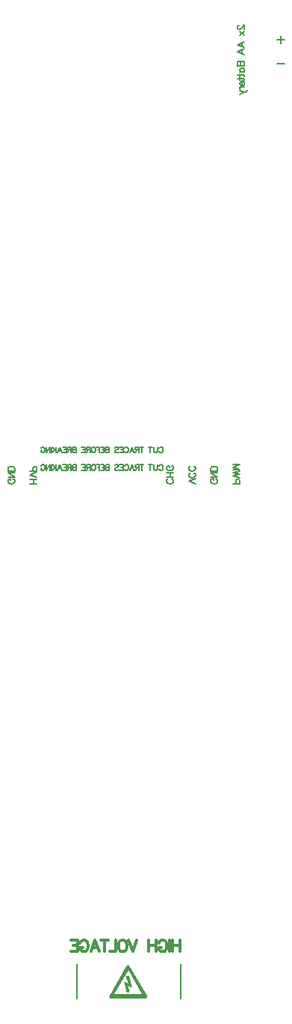
<source format=gbo>
G04*
G04 #@! TF.GenerationSoftware,Altium Limited,Altium Designer,21.9.2 (33)*
G04*
G04 Layer_Color=32896*
%FSLAX25Y25*%
%MOIN*%
G70*
G04*
G04 #@! TF.SameCoordinates,39B9B14E-A64B-4F8B-B52F-0CE4EF318544*
G04*
G04*
G04 #@! TF.FilePolarity,Positive*
G04*
G01*
G75*
%ADD10C,0.00787*%
%ADD19C,0.00800*%
%ADD20C,0.01200*%
G36*
X373588Y132915D02*
X373663Y132877D01*
X373794Y132784D01*
X373906Y132671D01*
X374000Y132559D01*
X374075Y132446D01*
X374122Y132353D01*
X374141Y132315D01*
X374160Y132287D01*
X374169Y132268D01*
Y132259D01*
X381721Y119394D01*
X381768Y119225D01*
X381796Y119066D01*
X381815Y118935D01*
Y118822D01*
X381805Y118729D01*
X381796Y118663D01*
X381777Y118626D01*
Y118607D01*
X381721Y118523D01*
X381656Y118448D01*
X381599Y118373D01*
X381534Y118316D01*
X381402Y118232D01*
X381271Y118176D01*
X381159Y118138D01*
X381075Y118120D01*
X381037Y118110D01*
X365783D01*
X365698Y118120D01*
X365623Y118129D01*
X365483Y118185D01*
X365352Y118260D01*
X365239Y118354D01*
X365155Y118448D01*
X365089Y118523D01*
X365042Y118579D01*
X365033Y118588D01*
Y118597D01*
X364986Y118719D01*
X364967Y118851D01*
Y118963D01*
X364977Y119075D01*
X364996Y119169D01*
X365014Y119244D01*
X365024Y119291D01*
X365033Y119310D01*
X372651Y132512D01*
X372716Y132596D01*
X372782Y132671D01*
X372857Y132737D01*
X372932Y132793D01*
X372998Y132831D01*
X373073Y132868D01*
X373204Y132915D01*
X373326Y132934D01*
X373429Y132943D01*
X373513D01*
X373588Y132915D01*
D02*
G37*
%LPC*%
G36*
X373391Y130703D02*
X367310Y120069D01*
X373462D01*
X372248Y121924D01*
X372604D01*
X371620Y125616D01*
X373597Y124819D01*
X372211Y127986D01*
X373841D01*
X375171Y122861D01*
X373232Y123638D01*
X373841Y121971D01*
X374291D01*
X373613Y120069D01*
X373462D01*
X373560Y119919D01*
X373613Y120069D01*
X379491D01*
X373391Y130703D01*
D02*
G37*
%LPD*%
D10*
X350472Y118013D02*
Y133368D01*
X396928Y118013D02*
Y133368D01*
D19*
X387178Y362941D02*
X387298Y363179D01*
X387536Y363417D01*
X387774Y363536D01*
X388250D01*
X388488Y363417D01*
X388726Y363179D01*
X388845Y362941D01*
X388964Y362583D01*
Y361988D01*
X388845Y361631D01*
X388726Y361393D01*
X388488Y361155D01*
X388250Y361036D01*
X387774D01*
X387536Y361155D01*
X387298Y361393D01*
X387178Y361631D01*
X386476Y363536D02*
Y361750D01*
X386357Y361393D01*
X386119Y361155D01*
X385762Y361036D01*
X385524D01*
X385167Y361155D01*
X384929Y361393D01*
X384810Y361750D01*
Y363536D01*
X383286D02*
Y361036D01*
X384120Y363536D02*
X382453D01*
X379359D02*
Y361036D01*
X380192Y363536D02*
X378526D01*
X378228D02*
Y361036D01*
Y363536D02*
X377157D01*
X376800Y363417D01*
X376681Y363298D01*
X376562Y363060D01*
Y362822D01*
X376681Y362583D01*
X376800Y362464D01*
X377157Y362345D01*
X378228D01*
X377395D02*
X376562Y361036D01*
X374098D02*
X375050Y363536D01*
X376002Y361036D01*
X375645Y361869D02*
X374455D01*
X371729Y362941D02*
X371848Y363179D01*
X372087Y363417D01*
X372324Y363536D01*
X372801D01*
X373039Y363417D01*
X373277Y363179D01*
X373396Y362941D01*
X373515Y362583D01*
Y361988D01*
X373396Y361631D01*
X373277Y361393D01*
X373039Y361155D01*
X372801Y361036D01*
X372324D01*
X372087Y361155D01*
X371848Y361393D01*
X371729Y361631D01*
X369480Y363536D02*
X371027D01*
Y361036D01*
X369480D01*
X371027Y362345D02*
X370075D01*
X367397Y363179D02*
X367635Y363417D01*
X367992Y363536D01*
X368468D01*
X368825Y363417D01*
X369063Y363179D01*
Y362941D01*
X368944Y362702D01*
X368825Y362583D01*
X368587Y362464D01*
X367873Y362226D01*
X367635Y362107D01*
X367516Y361988D01*
X367397Y361750D01*
Y361393D01*
X367635Y361155D01*
X367992Y361036D01*
X368468D01*
X368825Y361155D01*
X369063Y361393D01*
X364874Y363536D02*
Y361036D01*
Y363536D02*
X363803D01*
X363445Y363417D01*
X363327Y363298D01*
X363207Y363060D01*
Y362822D01*
X363327Y362583D01*
X363445Y362464D01*
X363803Y362345D01*
X364874D02*
X363803D01*
X363445Y362226D01*
X363327Y362107D01*
X363207Y361869D01*
Y361512D01*
X363327Y361274D01*
X363445Y361155D01*
X363803Y361036D01*
X364874D01*
X361101Y363536D02*
X362648D01*
Y361036D01*
X361101D01*
X362648Y362345D02*
X361696D01*
X360684Y363536D02*
Y361036D01*
Y363536D02*
X359137D01*
X360684Y362345D02*
X359732D01*
X358137Y363536D02*
X358375Y363417D01*
X358613Y363179D01*
X358732Y362941D01*
X358851Y362583D01*
Y361988D01*
X358732Y361631D01*
X358613Y361393D01*
X358375Y361155D01*
X358137Y361036D01*
X357661D01*
X357423Y361155D01*
X357185Y361393D01*
X357066Y361631D01*
X356947Y361988D01*
Y362583D01*
X357066Y362941D01*
X357185Y363179D01*
X357423Y363417D01*
X357661Y363536D01*
X358137D01*
X356364D02*
Y361036D01*
Y363536D02*
X355293D01*
X354935Y363417D01*
X354816Y363298D01*
X354697Y363060D01*
Y362822D01*
X354816Y362583D01*
X354935Y362464D01*
X355293Y362345D01*
X356364D01*
X355531D02*
X354697Y361036D01*
X352591Y363536D02*
X354138D01*
Y361036D01*
X352591D01*
X354138Y362345D02*
X353186D01*
X350210Y363536D02*
Y361036D01*
Y363536D02*
X349139D01*
X348782Y363417D01*
X348663Y363298D01*
X348544Y363060D01*
Y362822D01*
X348663Y362583D01*
X348782Y362464D01*
X349139Y362345D01*
X350210D02*
X349139D01*
X348782Y362226D01*
X348663Y362107D01*
X348544Y361869D01*
Y361512D01*
X348663Y361274D01*
X348782Y361155D01*
X349139Y361036D01*
X350210D01*
X347985Y363536D02*
Y361036D01*
Y363536D02*
X346913D01*
X346556Y363417D01*
X346437Y363298D01*
X346318Y363060D01*
Y362822D01*
X346437Y362583D01*
X346556Y362464D01*
X346913Y362345D01*
X347985D01*
X347151D02*
X346318Y361036D01*
X344212Y363536D02*
X345759D01*
Y361036D01*
X344212D01*
X345759Y362345D02*
X344807D01*
X341891Y361036D02*
X342843Y363536D01*
X343795Y361036D01*
X343438Y361869D02*
X342248D01*
X341307Y363536D02*
Y361036D01*
X339641Y363536D02*
X341307Y361869D01*
X340712Y362464D02*
X339641Y361036D01*
X339082Y363536D02*
Y361036D01*
X338558Y363536D02*
Y361036D01*
Y363536D02*
X336892Y361036D01*
Y363536D02*
Y361036D01*
X334416Y362941D02*
X334535Y363179D01*
X334773Y363417D01*
X335011Y363536D01*
X335487D01*
X335725Y363417D01*
X335963Y363179D01*
X336082Y362941D01*
X336201Y362583D01*
Y361988D01*
X336082Y361631D01*
X335963Y361393D01*
X335725Y361155D01*
X335487Y361036D01*
X335011D01*
X334773Y361155D01*
X334535Y361393D01*
X334416Y361631D01*
Y361988D01*
X335011D02*
X334416D01*
X421520Y347257D02*
Y348542D01*
X421662Y348971D01*
X421805Y349113D01*
X422091Y349256D01*
X422519D01*
X422805Y349113D01*
X422948Y348971D01*
X423091Y348542D01*
Y347257D01*
X420091D01*
X423091Y349928D02*
X420091Y350642D01*
X423091Y351356D02*
X420091Y350642D01*
X423091Y351356D02*
X420091Y352070D01*
X423091Y352784D02*
X420091Y352070D01*
X423091Y353384D02*
X420091D01*
X423091D02*
X420091Y354527D01*
X423091Y355669D02*
X420091Y354527D01*
X423091Y355669D02*
X420091D01*
X387178Y355067D02*
X387298Y355305D01*
X387536Y355543D01*
X387774Y355662D01*
X388250D01*
X388488Y355543D01*
X388726Y355305D01*
X388845Y355067D01*
X388964Y354710D01*
Y354114D01*
X388845Y353757D01*
X388726Y353519D01*
X388488Y353281D01*
X388250Y353162D01*
X387774D01*
X387536Y353281D01*
X387298Y353519D01*
X387178Y353757D01*
X386476Y355662D02*
Y353876D01*
X386357Y353519D01*
X386119Y353281D01*
X385762Y353162D01*
X385524D01*
X385167Y353281D01*
X384929Y353519D01*
X384810Y353876D01*
Y355662D01*
X383286D02*
Y353162D01*
X384120Y355662D02*
X382453D01*
X379359D02*
Y353162D01*
X380192Y355662D02*
X378526D01*
X378228D02*
Y353162D01*
Y355662D02*
X377157D01*
X376800Y355543D01*
X376681Y355424D01*
X376562Y355186D01*
Y354947D01*
X376681Y354710D01*
X376800Y354591D01*
X377157Y354471D01*
X378228D01*
X377395D02*
X376562Y353162D01*
X374098D02*
X375050Y355662D01*
X376002Y353162D01*
X375645Y353995D02*
X374455D01*
X371729Y355067D02*
X371848Y355305D01*
X372087Y355543D01*
X372324Y355662D01*
X372801D01*
X373039Y355543D01*
X373277Y355305D01*
X373396Y355067D01*
X373515Y354710D01*
Y354114D01*
X373396Y353757D01*
X373277Y353519D01*
X373039Y353281D01*
X372801Y353162D01*
X372324D01*
X372087Y353281D01*
X371848Y353519D01*
X371729Y353757D01*
X369480Y355662D02*
X371027D01*
Y353162D01*
X369480D01*
X371027Y354471D02*
X370075D01*
X367397Y355305D02*
X367635Y355543D01*
X367992Y355662D01*
X368468D01*
X368825Y355543D01*
X369063Y355305D01*
Y355067D01*
X368944Y354829D01*
X368825Y354710D01*
X368587Y354591D01*
X367873Y354352D01*
X367635Y354233D01*
X367516Y354114D01*
X367397Y353876D01*
Y353519D01*
X367635Y353281D01*
X367992Y353162D01*
X368468D01*
X368825Y353281D01*
X369063Y353519D01*
X364874Y355662D02*
Y353162D01*
Y355662D02*
X363803D01*
X363445Y355543D01*
X363327Y355424D01*
X363207Y355186D01*
Y354947D01*
X363327Y354710D01*
X363445Y354591D01*
X363803Y354471D01*
X364874D02*
X363803D01*
X363445Y354352D01*
X363327Y354233D01*
X363207Y353995D01*
Y353638D01*
X363327Y353400D01*
X363445Y353281D01*
X363803Y353162D01*
X364874D01*
X361101Y355662D02*
X362648D01*
Y353162D01*
X361101D01*
X362648Y354471D02*
X361696D01*
X360684Y355662D02*
Y353162D01*
Y355662D02*
X359137D01*
X360684Y354471D02*
X359732D01*
X358137Y355662D02*
X358375Y355543D01*
X358613Y355305D01*
X358732Y355067D01*
X358851Y354710D01*
Y354114D01*
X358732Y353757D01*
X358613Y353519D01*
X358375Y353281D01*
X358137Y353162D01*
X357661D01*
X357423Y353281D01*
X357185Y353519D01*
X357066Y353757D01*
X356947Y354114D01*
Y354710D01*
X357066Y355067D01*
X357185Y355305D01*
X357423Y355543D01*
X357661Y355662D01*
X358137D01*
X356364D02*
Y353162D01*
Y355662D02*
X355293D01*
X354935Y355543D01*
X354816Y355424D01*
X354697Y355186D01*
Y354947D01*
X354816Y354710D01*
X354935Y354591D01*
X355293Y354471D01*
X356364D01*
X355531D02*
X354697Y353162D01*
X352591Y355662D02*
X354138D01*
Y353162D01*
X352591D01*
X354138Y354471D02*
X353186D01*
X350210Y355662D02*
Y353162D01*
Y355662D02*
X349139D01*
X348782Y355543D01*
X348663Y355424D01*
X348544Y355186D01*
Y354947D01*
X348663Y354710D01*
X348782Y354591D01*
X349139Y354471D01*
X350210D02*
X349139D01*
X348782Y354352D01*
X348663Y354233D01*
X348544Y353995D01*
Y353638D01*
X348663Y353400D01*
X348782Y353281D01*
X349139Y353162D01*
X350210D01*
X347985Y355662D02*
Y353162D01*
Y355662D02*
X346913D01*
X346556Y355543D01*
X346437Y355424D01*
X346318Y355186D01*
Y354947D01*
X346437Y354710D01*
X346556Y354591D01*
X346913Y354471D01*
X347985D01*
X347151D02*
X346318Y353162D01*
X344212Y355662D02*
X345759D01*
Y353162D01*
X344212D01*
X345759Y354471D02*
X344807D01*
X341891Y353162D02*
X342843Y355662D01*
X343795Y353162D01*
X343438Y353995D02*
X342248D01*
X341307Y355662D02*
Y353162D01*
X339641Y355662D02*
X341307Y353995D01*
X340712Y354591D02*
X339641Y353162D01*
X339082Y355662D02*
Y353162D01*
X338558Y355662D02*
Y353162D01*
Y355662D02*
X336892Y353162D01*
Y355662D02*
Y353162D01*
X334416Y355067D02*
X334535Y355305D01*
X334773Y355543D01*
X335011Y355662D01*
X335487D01*
X335725Y355543D01*
X335963Y355305D01*
X336082Y355067D01*
X336201Y354710D01*
Y354114D01*
X336082Y353757D01*
X335963Y353519D01*
X335725Y353281D01*
X335487Y353162D01*
X335011D01*
X334773Y353281D01*
X334535Y353519D01*
X334416Y353757D01*
Y354114D01*
X335011D02*
X334416D01*
X412534Y349399D02*
X412820Y349256D01*
X413105Y348971D01*
X413248Y348685D01*
Y348114D01*
X413105Y347828D01*
X412820Y347542D01*
X412534Y347399D01*
X412106Y347257D01*
X411391D01*
X410963Y347399D01*
X410677Y347542D01*
X410392Y347828D01*
X410249Y348114D01*
Y348685D01*
X410392Y348971D01*
X410677Y349256D01*
X410963Y349399D01*
X411391D01*
Y348685D02*
Y349399D01*
X413248Y350085D02*
X410249D01*
X413248D02*
X410249Y352084D01*
X413248D02*
X410249D01*
X413248Y352913D02*
X410249D01*
X413248D02*
Y353912D01*
X413105Y354341D01*
X412820Y354627D01*
X412534Y354769D01*
X412106Y354912D01*
X411391D01*
X410963Y354769D01*
X410677Y354627D01*
X410392Y354341D01*
X410249Y353912D01*
Y352913D01*
X321983Y349399D02*
X322269Y349256D01*
X322554Y348971D01*
X322697Y348685D01*
Y348114D01*
X322554Y347828D01*
X322269Y347542D01*
X321983Y347399D01*
X321554Y347257D01*
X320840D01*
X320412Y347399D01*
X320126Y347542D01*
X319841Y347828D01*
X319698Y348114D01*
Y348685D01*
X319841Y348971D01*
X320126Y349256D01*
X320412Y349399D01*
X320840D01*
Y348685D02*
Y349399D01*
X322697Y350085D02*
X319698D01*
X322697D02*
X319698Y352084D01*
X322697D02*
X319698D01*
X322697Y352913D02*
X319698D01*
X322697D02*
Y353912D01*
X322554Y354341D01*
X322269Y354626D01*
X321983Y354769D01*
X321554Y354912D01*
X320840D01*
X320412Y354769D01*
X320126Y354626D01*
X319841Y354341D01*
X319698Y353912D01*
Y352913D01*
X332540Y347257D02*
X329540D01*
X332540Y349256D02*
X329540D01*
X331111Y347257D02*
Y349256D01*
X332540Y350085D02*
X329540Y351227D01*
X332540Y352370D02*
X329540Y351227D01*
X330968Y352755D02*
Y354041D01*
X331111Y354469D01*
X331254Y354612D01*
X331540Y354755D01*
X331968D01*
X332254Y354612D01*
X332397Y354469D01*
X332540Y354041D01*
Y352755D01*
X329540D01*
X441411Y546497D02*
Y543123D01*
X443098Y544810D02*
X439724D01*
X443098Y534010D02*
X439724D01*
X422917Y551215D02*
X422766D01*
X422467Y551065D01*
X422317Y550915D01*
X422167Y550616D01*
Y550016D01*
X422317Y549716D01*
X422467Y549566D01*
X422766Y549416D01*
X423066D01*
X423366Y549566D01*
X423816Y549866D01*
X425316Y551365D01*
Y549266D01*
X423216Y548561D02*
X425316Y546912D01*
X423216D02*
X425316Y548561D01*
Y541379D02*
X422167Y542578D01*
X425316Y543778D01*
X424266Y543328D02*
Y541829D01*
X425316Y538245D02*
X422167Y539444D01*
X425316Y540644D01*
X424266Y540194D02*
Y538695D01*
X422167Y535036D02*
X425316D01*
X422167D02*
Y533686D01*
X422317Y533237D01*
X422467Y533086D01*
X422766Y532937D01*
X423066D01*
X423366Y533086D01*
X423516Y533237D01*
X423666Y533686D01*
Y535036D02*
Y533686D01*
X423816Y533237D01*
X423966Y533086D01*
X424266Y532937D01*
X424716D01*
X425016Y533086D01*
X425166Y533237D01*
X425316Y533686D01*
Y535036D01*
X423216Y530432D02*
X425316D01*
X423666D02*
X423366Y530732D01*
X423216Y531032D01*
Y531482D01*
X423366Y531782D01*
X423666Y532082D01*
X424116Y532232D01*
X424416D01*
X424866Y532082D01*
X425166Y531782D01*
X425316Y531482D01*
Y531032D01*
X425166Y530732D01*
X424866Y530432D01*
X422167Y529143D02*
X424716D01*
X425166Y528993D01*
X425316Y528693D01*
Y528393D01*
X423216Y529593D02*
Y528543D01*
X422167Y527493D02*
X424716D01*
X425166Y527344D01*
X425316Y527044D01*
Y526744D01*
X423216Y527943D02*
Y526894D01*
X424116Y526294D02*
Y524494D01*
X423816D01*
X423516Y524644D01*
X423366Y524794D01*
X423216Y525094D01*
Y525544D01*
X423366Y525844D01*
X423666Y526144D01*
X424116Y526294D01*
X424416D01*
X424866Y526144D01*
X425166Y525844D01*
X425316Y525544D01*
Y525094D01*
X425166Y524794D01*
X424866Y524494D01*
X423216Y523820D02*
X425316D01*
X424116D02*
X423666Y523670D01*
X423366Y523370D01*
X423216Y523070D01*
Y522620D01*
Y522185D02*
X425316Y521285D01*
X423216Y520386D02*
X425316Y521285D01*
X425915Y521585D01*
X426215Y521885D01*
X426365Y522185D01*
Y522335D01*
X403406Y347257D02*
X400406Y348399D01*
X403406Y349542D02*
X400406Y348399D01*
X402692Y352070D02*
X402977Y351927D01*
X403263Y351642D01*
X403406Y351356D01*
Y350784D01*
X403263Y350499D01*
X402977Y350213D01*
X402692Y350070D01*
X402263Y349928D01*
X401549D01*
X401120Y350070D01*
X400835Y350213D01*
X400549Y350499D01*
X400406Y350784D01*
Y351356D01*
X400549Y351642D01*
X400835Y351927D01*
X401120Y352070D01*
X402692Y355055D02*
X402977Y354912D01*
X403263Y354626D01*
X403406Y354341D01*
Y353770D01*
X403263Y353484D01*
X402977Y353198D01*
X402692Y353056D01*
X402263Y352913D01*
X401549D01*
X401120Y353056D01*
X400835Y353198D01*
X400549Y353484D01*
X400406Y353770D01*
Y354341D01*
X400549Y354626D01*
X400835Y354912D01*
X401120Y355055D01*
X392849Y349399D02*
X393135Y349256D01*
X393420Y348971D01*
X393563Y348685D01*
Y348114D01*
X393420Y347828D01*
X393135Y347542D01*
X392849Y347399D01*
X392421Y347257D01*
X391706D01*
X391278Y347399D01*
X390992Y347542D01*
X390707Y347828D01*
X390564Y348114D01*
Y348685D01*
X390707Y348971D01*
X390992Y349256D01*
X391278Y349399D01*
X393563Y350242D02*
X390564D01*
X393563Y352241D02*
X390564D01*
X392135Y350242D02*
Y352241D01*
X392849Y355212D02*
X393135Y355069D01*
X393420Y354784D01*
X393563Y354498D01*
Y353927D01*
X393420Y353641D01*
X393135Y353355D01*
X392849Y353213D01*
X392421Y353070D01*
X391706D01*
X391278Y353213D01*
X390992Y353355D01*
X390707Y353641D01*
X390564Y353927D01*
Y354498D01*
X390707Y354784D01*
X390992Y355069D01*
X391278Y355212D01*
X391706D01*
Y354498D02*
Y355212D01*
D20*
X396438Y143994D02*
Y138995D01*
X393105Y143994D02*
Y138995D01*
X396438Y141614D02*
X393105D01*
X391724Y143994D02*
Y138995D01*
X387106Y142804D02*
X387345Y143280D01*
X387821Y143756D01*
X388297Y143994D01*
X389249D01*
X389725Y143756D01*
X390201Y143280D01*
X390439Y142804D01*
X390677Y142090D01*
Y140900D01*
X390439Y140185D01*
X390201Y139709D01*
X389725Y139233D01*
X389249Y138995D01*
X388297D01*
X387821Y139233D01*
X387345Y139709D01*
X387106Y140185D01*
Y140900D01*
X388297D02*
X387106D01*
X385964Y143994D02*
Y138995D01*
X382631Y143994D02*
Y138995D01*
X385964Y141614D02*
X382631D01*
X377323Y143994D02*
X375418Y138995D01*
X373514Y143994D02*
X375418Y138995D01*
X371443Y143994D02*
X371919Y143756D01*
X372395Y143280D01*
X372633Y142804D01*
X372871Y142090D01*
Y140900D01*
X372633Y140185D01*
X372395Y139709D01*
X371919Y139233D01*
X371443Y138995D01*
X370491D01*
X370015Y139233D01*
X369539Y139709D01*
X369301Y140185D01*
X369063Y140900D01*
Y142090D01*
X369301Y142804D01*
X369539Y143280D01*
X370015Y143756D01*
X370491Y143994D01*
X371443D01*
X367896D02*
Y138995D01*
X365040D01*
X362826Y143994D02*
Y138995D01*
X364492Y143994D02*
X361160D01*
X356756Y138995D02*
X358660Y143994D01*
X360564Y138995D01*
X359850Y140662D02*
X357470D01*
X352019Y142804D02*
X352257Y143280D01*
X352733Y143756D01*
X353209Y143994D01*
X354161D01*
X354637Y143756D01*
X355113Y143280D01*
X355351Y142804D01*
X355589Y142090D01*
Y140900D01*
X355351Y140185D01*
X355113Y139709D01*
X354637Y139233D01*
X354161Y138995D01*
X353209D01*
X352733Y139233D01*
X352257Y139709D01*
X352019Y140185D01*
Y140900D01*
X353209D02*
X352019D01*
X347782Y143994D02*
X350876D01*
Y138995D01*
X347782D01*
X350876Y141614D02*
X348972D01*
M02*

</source>
